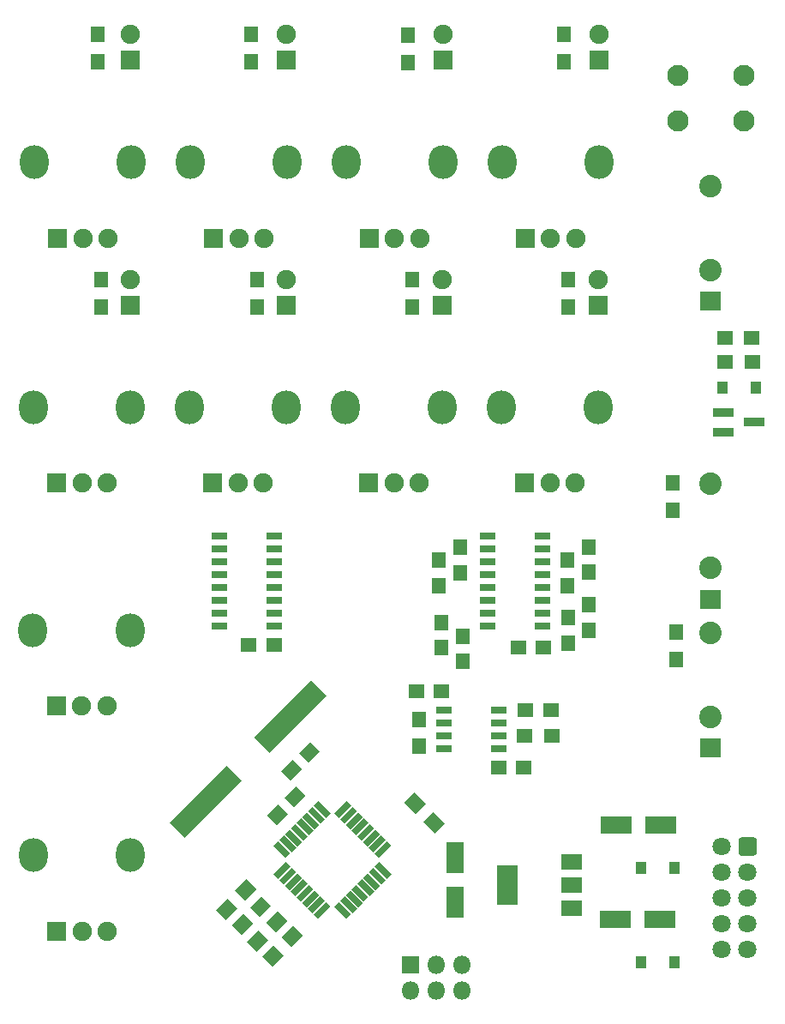
<source format=gbr>
%TF.GenerationSoftware,KiCad,Pcbnew,(5.1.6-0)*%
%TF.CreationDate,2020-12-21T20:53:18-08:00*%
%TF.ProjectId,circuit_board,63697263-7569-4745-9f62-6f6172642e6b,rev?*%
%TF.SameCoordinates,Original*%
%TF.FileFunction,Soldermask,Bot*%
%TF.FilePolarity,Negative*%
%FSLAX46Y46*%
G04 Gerber Fmt 4.6, Leading zero omitted, Abs format (unit mm)*
G04 Created by KiCad (PCBNEW (5.1.6-0)) date 2020-12-21 20:53:18*
%MOMM*%
%LPD*%
G01*
G04 APERTURE LIST*
%ADD10R,1.600000X1.350000*%
%ADD11R,1.650000X0.700000*%
%ADD12R,1.600000X1.400000*%
%ADD13R,2.000000X0.900000*%
%ADD14R,1.000000X1.300000*%
%ADD15R,1.350000X1.600000*%
%ADD16R,1.400000X1.600000*%
%ADD17R,1.900000X1.900000*%
%ADD18C,1.900000*%
%ADD19C,1.800000*%
%ADD20C,2.230000*%
%ADD21R,2.030000X1.930000*%
%ADD22O,2.820000X3.340000*%
%ADD23C,2.100000*%
%ADD24R,1.700000X3.100000*%
%ADD25R,3.100000X1.700000*%
%ADD26C,0.100000*%
%ADD27R,2.100000X1.600000*%
%ADD28R,2.100000X3.900000*%
%ADD29R,1.600000X0.700000*%
%ADD30R,1.800000X1.800000*%
%ADD31O,1.800000X1.800000*%
G04 APERTURE END LIST*
D10*
%TO.C,C10*%
X167550000Y-110000000D03*
X170050000Y-110000000D03*
%TD*%
D11*
%TO.C,U3*%
X167551080Y-104348280D03*
X167551080Y-105618280D03*
X167551080Y-106888280D03*
X167551080Y-108158280D03*
X162151080Y-108158280D03*
X162151080Y-106888280D03*
X162151080Y-105618280D03*
X162151080Y-104348280D03*
%TD*%
D12*
%TO.C,R20*%
X172850000Y-106900000D03*
X170150000Y-106900000D03*
%TD*%
D13*
%TO.C,Q1*%
X189800000Y-76900000D03*
X189800000Y-75000000D03*
X192800000Y-75950000D03*
%TD*%
D14*
%TO.C,D11*%
X189650000Y-72500000D03*
X192950000Y-72500000D03*
%TD*%
%TO.C,D2*%
X184977040Y-119969280D03*
X181677040Y-119969280D03*
%TD*%
%TO.C,D1*%
X181631320Y-129250440D03*
X184931320Y-129250440D03*
%TD*%
D15*
%TO.C,C20*%
X174350000Y-92050000D03*
X174350000Y-89550000D03*
%TD*%
%TO.C,C19*%
X161700000Y-92050000D03*
X161700000Y-89550000D03*
%TD*%
%TO.C,C18*%
X161900000Y-95700000D03*
X161900000Y-98200000D03*
%TD*%
%TO.C,C17*%
X163750000Y-90800000D03*
X163750000Y-88300000D03*
%TD*%
%TO.C,C16*%
X164000000Y-97050000D03*
X164000000Y-99550000D03*
%TD*%
%TO.C,C15*%
X176450000Y-90750000D03*
X176450000Y-88250000D03*
%TD*%
D10*
%TO.C,C14*%
X172750000Y-104400000D03*
X170250000Y-104400000D03*
%TD*%
D15*
%TO.C,C13*%
X174450000Y-95250000D03*
X174450000Y-97750000D03*
%TD*%
%TO.C,C12*%
X176450000Y-93950000D03*
X176450000Y-96450000D03*
%TD*%
D10*
%TO.C,C1*%
X169500000Y-98200000D03*
X172000000Y-98200000D03*
%TD*%
D16*
%TO.C,R12*%
X174035720Y-40313600D03*
X174035720Y-37613600D03*
%TD*%
D17*
%TO.C,D3*%
X131184640Y-40170120D03*
D18*
X131184640Y-37630120D03*
%TD*%
%TO.C,D4*%
X131178760Y-61872800D03*
D17*
X131178760Y-64412800D03*
%TD*%
D18*
%TO.C,D5*%
X146617973Y-37630120D03*
D17*
X146617973Y-40170120D03*
%TD*%
%TO.C,D6*%
X146588760Y-64412800D03*
D18*
X146588760Y-61872800D03*
%TD*%
%TO.C,D7*%
X162051306Y-37630120D03*
D17*
X162051306Y-40170120D03*
%TD*%
D18*
%TO.C,D8*%
X161998760Y-61872800D03*
D17*
X161998760Y-64412800D03*
%TD*%
%TO.C,D9*%
X177484640Y-40170120D03*
D18*
X177484640Y-37630120D03*
%TD*%
D17*
%TO.C,D10*%
X177408760Y-64412800D03*
D18*
X177408760Y-61872800D03*
%TD*%
%TO.C,J2*%
G36*
G01*
X193081480Y-117190226D02*
X193081480Y-118460814D01*
G75*
G02*
X192816774Y-118725520I-264706J0D01*
G01*
X191546186Y-118725520D01*
G75*
G02*
X191281480Y-118460814I0J264706D01*
G01*
X191281480Y-117190226D01*
G75*
G02*
X191546186Y-116925520I264706J0D01*
G01*
X192816774Y-116925520D01*
G75*
G02*
X193081480Y-117190226I0J-264706D01*
G01*
G37*
D19*
X192181480Y-120365520D03*
X192181480Y-122905520D03*
X192181480Y-125445520D03*
X192181480Y-127985520D03*
X189641480Y-117825520D03*
X189641480Y-120365520D03*
X189641480Y-122905520D03*
X189641480Y-125445520D03*
X189641480Y-127985520D03*
%TD*%
D20*
%TO.C,J4*%
X188488320Y-60902920D03*
D21*
X188488320Y-64002920D03*
D20*
X188488320Y-52602920D03*
%TD*%
%TO.C,J5*%
X188488320Y-81999186D03*
D21*
X188488320Y-93399186D03*
D20*
X188488320Y-90299186D03*
%TD*%
%TO.C,J6*%
X188488320Y-104997320D03*
D21*
X188488320Y-108097320D03*
D20*
X188488320Y-96697320D03*
%TD*%
D22*
%TO.C,RV1*%
X121618760Y-74442800D03*
X131218760Y-74442800D03*
D18*
X128918760Y-81942800D03*
X126418760Y-81942800D03*
D17*
X123918760Y-81942800D03*
%TD*%
D22*
%TO.C,RV2*%
X121694640Y-50260120D03*
X131294640Y-50260120D03*
D18*
X128994640Y-57760120D03*
X126494640Y-57760120D03*
D17*
X123994640Y-57760120D03*
%TD*%
%TO.C,RV3*%
X139397973Y-57760120D03*
D18*
X141897973Y-57760120D03*
X144397973Y-57760120D03*
D22*
X146697973Y-50260120D03*
X137097973Y-50260120D03*
%TD*%
D17*
%TO.C,RV4*%
X139322093Y-81942800D03*
D18*
X141822093Y-81942800D03*
X144322093Y-81942800D03*
D22*
X146622093Y-74442800D03*
X137022093Y-74442800D03*
%TD*%
%TO.C,RV5*%
X152501306Y-50260120D03*
X162101306Y-50260120D03*
D18*
X159801306Y-57760120D03*
X157301306Y-57760120D03*
D17*
X154801306Y-57760120D03*
%TD*%
D22*
%TO.C,RV6*%
X152425426Y-74442800D03*
X162025426Y-74442800D03*
D18*
X159725426Y-81942800D03*
X157225426Y-81942800D03*
D17*
X154725426Y-81942800D03*
%TD*%
%TO.C,RV7*%
X170204640Y-57760120D03*
D18*
X172704640Y-57760120D03*
X175204640Y-57760120D03*
D22*
X177504640Y-50260120D03*
X167904640Y-50260120D03*
%TD*%
%TO.C,RV8*%
X167828760Y-74442800D03*
X177428760Y-74442800D03*
D18*
X175128760Y-81942800D03*
X172628760Y-81942800D03*
D17*
X170128760Y-81942800D03*
%TD*%
%TO.C,RV9*%
X123901200Y-126161800D03*
D18*
X126401200Y-126161800D03*
X128901200Y-126161800D03*
D22*
X131201200Y-118661800D03*
X121601200Y-118661800D03*
%TD*%
D17*
%TO.C,RV10*%
X123870720Y-103972360D03*
D18*
X126370720Y-103972360D03*
X128870720Y-103972360D03*
D22*
X131170720Y-96472360D03*
X121570720Y-96472360D03*
%TD*%
D23*
%TO.C,SW1*%
X191782840Y-41691560D03*
X191782840Y-46191560D03*
X185282840Y-41691560D03*
X185282840Y-46191560D03*
%TD*%
D24*
%TO.C,C2*%
X163266120Y-123307200D03*
X163266120Y-118907200D03*
%TD*%
D10*
%TO.C,C4*%
X142900000Y-97950000D03*
X145400000Y-97950000D03*
%TD*%
D25*
%TO.C,C5*%
X179079800Y-124993400D03*
X183479800Y-124993400D03*
%TD*%
%TO.C,C6*%
X183576320Y-115686840D03*
X179176320Y-115686840D03*
%TD*%
D26*
%TO.C,C7*%
G36*
X147395495Y-113959100D02*
G01*
X146440900Y-113004505D01*
X147572271Y-111873134D01*
X148526866Y-112827729D01*
X147395495Y-113959100D01*
G37*
G36*
X145627729Y-115726866D02*
G01*
X144673134Y-114772271D01*
X145804505Y-113640900D01*
X146759100Y-114595495D01*
X145627729Y-115726866D01*
G37*
%TD*%
%TO.C,C8*%
G36*
X148972271Y-107473134D02*
G01*
X149926866Y-108427729D01*
X148795495Y-109559100D01*
X147840900Y-108604505D01*
X148972271Y-107473134D01*
G37*
G36*
X147204505Y-109240900D02*
G01*
X148159100Y-110195495D01*
X147027729Y-111326866D01*
X146073134Y-110372271D01*
X147204505Y-109240900D01*
G37*
%TD*%
D10*
%TO.C,C9*%
X161950000Y-102500000D03*
X159450000Y-102500000D03*
%TD*%
D26*
%TO.C,C11*%
G36*
X143965135Y-124781660D02*
G01*
X143010540Y-123827065D01*
X144141911Y-122695694D01*
X145096506Y-123650289D01*
X143965135Y-124781660D01*
G37*
G36*
X142197369Y-126549426D02*
G01*
X141242774Y-125594831D01*
X142374145Y-124463460D01*
X143328740Y-125418055D01*
X142197369Y-126549426D01*
G37*
%TD*%
D12*
%TO.C,R2*%
X189950000Y-70000000D03*
X192650000Y-70000000D03*
%TD*%
D16*
%TO.C,R3*%
X159700000Y-107950000D03*
X159700000Y-105250000D03*
%TD*%
D26*
%TO.C,R4*%
G36*
X158234746Y-113474695D02*
G01*
X159224695Y-112484746D01*
X160356066Y-113616117D01*
X159366117Y-114606066D01*
X158234746Y-113474695D01*
G37*
G36*
X160143934Y-115383883D02*
G01*
X161133883Y-114393934D01*
X162265254Y-115525305D01*
X161275305Y-116515254D01*
X160143934Y-115383883D01*
G37*
%TD*%
D16*
%TO.C,R5*%
X185100000Y-96650000D03*
X185100000Y-99350000D03*
%TD*%
%TO.C,R6*%
X128005840Y-37649160D03*
X128005840Y-40349160D03*
%TD*%
%TO.C,R7*%
X128285240Y-61885840D03*
X128285240Y-64585840D03*
%TD*%
%TO.C,R8*%
X143159480Y-40349160D03*
X143159480Y-37649160D03*
%TD*%
%TO.C,R9*%
X143687800Y-61890920D03*
X143687800Y-64590920D03*
%TD*%
%TO.C,R10*%
X158577280Y-37699960D03*
X158577280Y-40399960D03*
%TD*%
%TO.C,R11*%
X159034480Y-64550280D03*
X159034480Y-61850280D03*
%TD*%
%TO.C,R13*%
X174457360Y-64555360D03*
X174457360Y-61855360D03*
%TD*%
D12*
%TO.C,R14*%
X192600000Y-67600000D03*
X189900000Y-67600000D03*
%TD*%
D26*
%TO.C,R15*%
G36*
X143674695Y-128215254D02*
G01*
X142684746Y-127225305D01*
X143816117Y-126093934D01*
X144806066Y-127083883D01*
X143674695Y-128215254D01*
G37*
G36*
X145583883Y-126306066D02*
G01*
X144593934Y-125316117D01*
X145725305Y-124184746D01*
X146715254Y-125174695D01*
X145583883Y-126306066D01*
G37*
%TD*%
D16*
%TO.C,R16*%
X184800000Y-84650000D03*
X184800000Y-81950000D03*
%TD*%
D26*
%TO.C,R17*%
G36*
X140766117Y-122943934D02*
G01*
X141756066Y-123933883D01*
X140624695Y-125065254D01*
X139634746Y-124075305D01*
X140766117Y-122943934D01*
G37*
G36*
X142675305Y-121034746D02*
G01*
X143665254Y-122024695D01*
X142533883Y-123156066D01*
X141543934Y-122166117D01*
X142675305Y-121034746D01*
G37*
%TD*%
D27*
%TO.C,U1*%
X174772720Y-119305040D03*
X174772720Y-123905040D03*
X174772720Y-121605040D03*
D28*
X168472720Y-121605040D03*
%TD*%
D29*
%TO.C,U4*%
X171918960Y-96079640D03*
X171918960Y-94809640D03*
X171918960Y-93539640D03*
X171918960Y-92269640D03*
X171918960Y-90999640D03*
X171918960Y-89729640D03*
X171918960Y-88459640D03*
X171918960Y-87189640D03*
X166518960Y-87189640D03*
X166518960Y-88459640D03*
X166518960Y-89729640D03*
X166518960Y-90999640D03*
X166518960Y-92269640D03*
X166518960Y-93539640D03*
X166518960Y-94809640D03*
X166518960Y-96079640D03*
%TD*%
%TO.C,U5*%
X145417520Y-96062800D03*
X145417520Y-94792800D03*
X145417520Y-93522800D03*
X145417520Y-92252800D03*
X145417520Y-90982800D03*
X145417520Y-89712800D03*
X145417520Y-88442800D03*
X145417520Y-87172800D03*
X140017520Y-87172800D03*
X140017520Y-88442800D03*
X140017520Y-89712800D03*
X140017520Y-90982800D03*
X140017520Y-92252800D03*
X140017520Y-93522800D03*
X140017520Y-94792800D03*
X140017520Y-96062800D03*
%TD*%
D30*
%TO.C,J1*%
X158907480Y-129499360D03*
D31*
X158907480Y-132039360D03*
X161447480Y-129499360D03*
X161447480Y-132039360D03*
X163987480Y-129499360D03*
X163987480Y-132039360D03*
%TD*%
D26*
%TO.C,R1*%
G36*
X145354077Y-127544174D02*
G01*
X146344026Y-128534123D01*
X145212655Y-129665494D01*
X144222706Y-128675545D01*
X145354077Y-127544174D01*
G37*
G36*
X147263265Y-125634986D02*
G01*
X148253214Y-126624935D01*
X147121843Y-127756306D01*
X146131894Y-126766357D01*
X147263265Y-125634986D01*
G37*
%TD*%
%TO.C,U2*%
G36*
X146546608Y-119340775D02*
G01*
X147006227Y-119800394D01*
X145804146Y-121002475D01*
X145344527Y-120542856D01*
X146546608Y-119340775D01*
G37*
G36*
X147112294Y-119906460D02*
G01*
X147571913Y-120366079D01*
X146369832Y-121568160D01*
X145910213Y-121108541D01*
X147112294Y-119906460D01*
G37*
G36*
X147677979Y-120472146D02*
G01*
X148137598Y-120931765D01*
X146935517Y-122133846D01*
X146475898Y-121674227D01*
X147677979Y-120472146D01*
G37*
G36*
X148243664Y-121037831D02*
G01*
X148703283Y-121497450D01*
X147501202Y-122699531D01*
X147041583Y-122239912D01*
X148243664Y-121037831D01*
G37*
G36*
X148809350Y-121603517D02*
G01*
X149268969Y-122063136D01*
X148066888Y-123265217D01*
X147607269Y-122805598D01*
X148809350Y-121603517D01*
G37*
G36*
X149375035Y-122169202D02*
G01*
X149834654Y-122628821D01*
X148632573Y-123830902D01*
X148172954Y-123371283D01*
X149375035Y-122169202D01*
G37*
G36*
X149940721Y-122734887D02*
G01*
X150400340Y-123194506D01*
X149198259Y-124396587D01*
X148738640Y-123936968D01*
X149940721Y-122734887D01*
G37*
G36*
X150506406Y-123300573D02*
G01*
X150966025Y-123760192D01*
X149763944Y-124962273D01*
X149304325Y-124502654D01*
X150506406Y-123300573D01*
G37*
G36*
X151354935Y-123760192D02*
G01*
X151814554Y-123300573D01*
X153016635Y-124502654D01*
X152557016Y-124962273D01*
X151354935Y-123760192D01*
G37*
G36*
X151920620Y-123194506D02*
G01*
X152380239Y-122734887D01*
X153582320Y-123936968D01*
X153122701Y-124396587D01*
X151920620Y-123194506D01*
G37*
G36*
X152486306Y-122628821D02*
G01*
X152945925Y-122169202D01*
X154148006Y-123371283D01*
X153688387Y-123830902D01*
X152486306Y-122628821D01*
G37*
G36*
X153051991Y-122063136D02*
G01*
X153511610Y-121603517D01*
X154713691Y-122805598D01*
X154254072Y-123265217D01*
X153051991Y-122063136D01*
G37*
G36*
X153617677Y-121497450D02*
G01*
X154077296Y-121037831D01*
X155279377Y-122239912D01*
X154819758Y-122699531D01*
X153617677Y-121497450D01*
G37*
G36*
X154183362Y-120931765D02*
G01*
X154642981Y-120472146D01*
X155845062Y-121674227D01*
X155385443Y-122133846D01*
X154183362Y-120931765D01*
G37*
G36*
X154749047Y-120366079D02*
G01*
X155208666Y-119906460D01*
X156410747Y-121108541D01*
X155951128Y-121568160D01*
X154749047Y-120366079D01*
G37*
G36*
X155314733Y-119800394D02*
G01*
X155774352Y-119340775D01*
X156976433Y-120542856D01*
X156516814Y-121002475D01*
X155314733Y-119800394D01*
G37*
G36*
X156516814Y-117290165D02*
G01*
X156976433Y-117749784D01*
X155774352Y-118951865D01*
X155314733Y-118492246D01*
X156516814Y-117290165D01*
G37*
G36*
X155951128Y-116724480D02*
G01*
X156410747Y-117184099D01*
X155208666Y-118386180D01*
X154749047Y-117926561D01*
X155951128Y-116724480D01*
G37*
G36*
X155385443Y-116158794D02*
G01*
X155845062Y-116618413D01*
X154642981Y-117820494D01*
X154183362Y-117360875D01*
X155385443Y-116158794D01*
G37*
G36*
X154819758Y-115593109D02*
G01*
X155279377Y-116052728D01*
X154077296Y-117254809D01*
X153617677Y-116795190D01*
X154819758Y-115593109D01*
G37*
G36*
X154254072Y-115027423D02*
G01*
X154713691Y-115487042D01*
X153511610Y-116689123D01*
X153051991Y-116229504D01*
X154254072Y-115027423D01*
G37*
G36*
X153688387Y-114461738D02*
G01*
X154148006Y-114921357D01*
X152945925Y-116123438D01*
X152486306Y-115663819D01*
X153688387Y-114461738D01*
G37*
G36*
X153122701Y-113896053D02*
G01*
X153582320Y-114355672D01*
X152380239Y-115557753D01*
X151920620Y-115098134D01*
X153122701Y-113896053D01*
G37*
G36*
X152557016Y-113330367D02*
G01*
X153016635Y-113789986D01*
X151814554Y-114992067D01*
X151354935Y-114532448D01*
X152557016Y-113330367D01*
G37*
G36*
X149304325Y-113789986D02*
G01*
X149763944Y-113330367D01*
X150966025Y-114532448D01*
X150506406Y-114992067D01*
X149304325Y-113789986D01*
G37*
G36*
X148738640Y-114355672D02*
G01*
X149198259Y-113896053D01*
X150400340Y-115098134D01*
X149940721Y-115557753D01*
X148738640Y-114355672D01*
G37*
G36*
X148172954Y-114921357D02*
G01*
X148632573Y-114461738D01*
X149834654Y-115663819D01*
X149375035Y-116123438D01*
X148172954Y-114921357D01*
G37*
G36*
X147607269Y-115487042D02*
G01*
X148066888Y-115027423D01*
X149268969Y-116229504D01*
X148809350Y-116689123D01*
X147607269Y-115487042D01*
G37*
G36*
X147041583Y-116052728D02*
G01*
X147501202Y-115593109D01*
X148703283Y-116795190D01*
X148243664Y-117254809D01*
X147041583Y-116052728D01*
G37*
G36*
X146475898Y-116618413D02*
G01*
X146935517Y-116158794D01*
X148137598Y-117360875D01*
X147677979Y-117820494D01*
X146475898Y-116618413D01*
G37*
G36*
X145910213Y-117184099D02*
G01*
X146369832Y-116724480D01*
X147571913Y-117926561D01*
X147112294Y-118386180D01*
X145910213Y-117184099D01*
G37*
G36*
X145344527Y-117749784D02*
G01*
X145804146Y-117290165D01*
X147006227Y-118492246D01*
X146546608Y-118951865D01*
X145344527Y-117749784D01*
G37*
%TD*%
%TO.C,Y1*%
G36*
X144922834Y-108555490D02*
G01*
X143437910Y-107070566D01*
X149077086Y-101431390D01*
X150562010Y-102916314D01*
X144922834Y-108555490D01*
G37*
G36*
X136525940Y-116952384D02*
G01*
X135041016Y-115467460D01*
X140680192Y-109828284D01*
X142165116Y-111313208D01*
X136525940Y-116952384D01*
G37*
%TD*%
M02*

</source>
